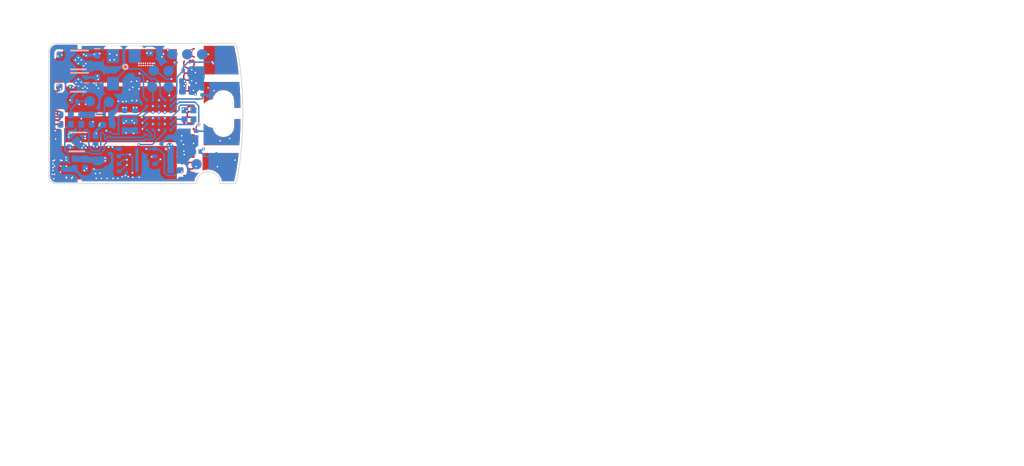
<source format=kicad_pcb>
(kicad_pcb (version 20221018) (generator pcbnew)
  (title_block (title "Tomu, I'm") (date "$Id$") (company "Sean 'xobs' Cross <sean@xobs.io>") (comment 1 "License: CC-BY-SA 4.0 or TAPR") (comment 2 "http://tomu.im") (comment 3 "https://github.com/im-tomu/fomu-hardware"))
  (layers (0 "F.Cu" signal) (1 "In1.Cu" signal) (2 "In2.Cu" signal) (31 "B.Cu" signal) (34 "B.Paste" user) (35 "F.Paste" user) (36 "B.SilkS" user "B.Silkscreen") (37 "F.SilkS" user "F.Silkscreen") (38 "B.Mask" user) (39 "F.Mask" user) (44 "Edge.Cuts" user))
  (net 0 "")
  (net 1 "GND")
  (net 2 "+3V3")
  (net 3 "/SPI_MISO")
  (net 4 "/SPI_CS")
  (net 5 "/SPI_CLK")
  (net 6 "/SPI_IO2")
  (net 7 "/SPI_IO3")
  (net 8 "/CRESET")
  (net 9 "/CDONE")
  (net 10 "/ICE_USBN")
  (net 11 "/ICE_USBP")
  (net 12 "+5V")
  (net 13 "/SPI_MOSI")
  (net 14 "/OSC_IN")
  (net 15 "/PU_CTRL_USBP")
  (net 16 "/VCCPLL")
  (net 17 "+1V2")
  (net 18 "+2V5")
  (net 19 "/TOUCH_4")
  (net 20 "/TOUCH_1")
  (net 21 "/TOUCH_2")
  (net 22 "/TOUCH_3")
  (net 23 "/LED_B")
  (net 24 "/LED_G")
  (net 25 "/LED_R")
  (net 26 "/USB_P")
  (net 27 "/USB_N")
  (net 28 "Net-(U5-PadE3)")
  (net 29 "Net-(U5-PadB3)")
  (net 30 "Net-(U5-PadC3)")
  (net 31 "Net-(U7-Pad1)")
  (footprint "tomu-fpga:captouch-edge" (layer "F.Cu") (at 28.1 21.8 180)
    (fp_text reference "SW2" hide)
    (fp_text value "Captouch Pads")
  )
  (footprint "tomu-fpga:nothing" (layer "F.Cu") (at 15.3 32.4)
    (fp_text reference "XX2" hide)
    (fp_text value "Case" hide)
  )
  (footprint "tomu-fpga:soldermask-removal" (layer "F.Cu") (at 28.8 21.9)
    (fp_text reference "XX1" hide)
    (fp_text value "Touchpad Mask Removal" hide)
  )
  (footprint "tomu-fpga:nothing" (layer "F.Cu") (at 26.85 19.31)
    (fp_text reference "XX3" hide)
    (fp_text value "ESD Bag" hide)
  )
  (footprint "tomu-fpga:USB-PCB" (layer "F.Cu") (at 16.85 27.35)
    (fp_text reference "U9" hide)
    (fp_text value "USB-B" hide)
  )
  (footprint "tomu-fpga:testpoint" (layer "B.Cu") (at 26.3 17.825)
    (fp_text reference "TP3" hide)
    (fp_text value "Testpoint" hide)
  )
  (footprint "tomu-fpga:testpoint" (layer "B.Cu") (at 25.05 18.95)
    (fp_text reference "TP4" hide)
    (fp_text value "Testpoint" hide)
  )
  (footprint "tomu-fpga:testpoint" (layer "B.Cu") (at 23.95 20)
    (fp_text reference "TP6" hide)
    (fp_text value "Testpoint" hide)
  )
  (footprint "tomu-fpga:testpoint" (layer "B.Cu") (at 26.925 25.2)
    (fp_text reference "TP7" hide)
    (fp_text value "Testpoint" hide)
  )
  (footprint "tomu-fpga:testpoint" (layer "B.Cu") (at 25.05 20)
    (fp_text reference "TP9" hide)
    (fp_text value "Testpoint" hide)
  )
  (footprint "tomu-fpga:testpoint" (layer "B.Cu") (at 19.775 20.975)
    (fp_text reference "TP10" hide)
    (fp_text value "Testpoint" hide)
  )
  (footprint "tomu-fpga:testpoint" (layer "B.Cu") (at 17.6 20.95)
    (fp_text reference "TP1" hide)
    (fp_text value "Testpoint" hide)
  )
  (footprint "tomu-fpga:testpoint" (layer "B.Cu") (at 25.3 17.825)
    (fp_text reference "TP2" hide)
    (fp_text value "Testpoint" hide)
  )
  (footprint "tomu-fpga:Texas_X2SON-4_1x1mm_P0.65mm" (layer "B.Cu") (at 18.9 23.7 180)
    (fp_text reference "U2" hide)
    (fp_text value "LDO-X2SON-3.3V")
  )
  (footprint "tomu-fpga:Texas_X2SON-4_1x1mm_P0.65mm" (layer "B.Cu") (at 19 18.2 180)
    (fp_text reference "U1" hide)
    (fp_text value "LDO-X2SON-1.2V")
  )
  (footprint "tomu-fpga:R_0201_0603Metric" (layer "B.Cu") (at 19.9 22.2 90)
    (fp_text reference "R9" hide)
    (fp_text value "0201, 1.5k, 1/16W, 1%")
  )
  (footprint "tomu-fpga:R_0201_0603Metric" (layer "B.Cu") (at 19.2 22.2 90)
    (fp_text reference "R12" hide)
    (fp_text value "0201, 22ohm, 1/16W, 1%")
  )
  (footprint "tomu-fpga:R_0201_0603Metric" (layer "B.Cu") (at 18.5 22.2 90)
    (fp_text reference "R11" hide)
    (fp_text value "0201, 22ohm, 1/16W, 1%")
  )
  (footprint "tomu-fpga:C_0201_0603Metric" (layer "B.Cu") (at 20.26 19.68 -90)
    (fp_text reference "C10" hide)
    (fp_text value "0201, 1uF, 10V, X5R, 20%")
  )
  (footprint "tomu-fpga:C_0201_0603Metric" (layer "B.Cu") (at 20.26 18.205 -90)
    (fp_text reference "C8" hide)
    (fp_text value "0201, 1uF, 10V, X5R, 20%")
  )
  (footprint "tomu-fpga:C_0201_0603Metric" (layer "B.Cu") (at 22.8 22.625 -90)
    (fp_text reference "C7" hide)
    (fp_text value "0201, 100nF, 10V, X5R, 20%")
  )
  (footprint "tomu-fpga:C_0201_0603Metric" (layer "B.Cu") (at 20.95 22.545)
    (fp_text reference "C4" hide)
    (fp_text value "0201, 100nF, 10V, X5R, 20%")
  )
  (footprint "tomu-fpga:C_0201_0603Metric" (layer "B.Cu") (at 17.74 18.185 90)
    (fp_text reference "C1" hide)
    (fp_text value "0201, 1uF, 10V, X5R, 20%")
  )
  (footprint "tomu-fpga:C_0201_0603Metric" (layer "B.Cu") (at 26.3 19.625)
    (fp_text reference "C25" hide)
    (fp_text value "0201, 1uF, 10V, X5R, 20%")
  )
  (footprint "tomu-fpga:C_0201_0603Metric" (layer "B.Cu") (at 26.3 20.325)
    (fp_text reference "C21" hide)
    (fp_text value "0201, 100nF, 10V, X5R, 20%")
  )
  (footprint "tomu-fpga:C_0201_0603Metric" (layer "B.Cu") (at 22.8 21.225 90)
    (fp_text reference "C20" hide)
    (fp_text value "0201, 100nF, 10V, X5R, 20%")
  )
  (footprint "tomu-fpga:C_0201_0603Metric" (layer "B.Cu") (at 22.1 21.225 90)
    (fp_text reference "C17" hide)
    (fp_text value "0201, 1uF, 10V, X5R, 20%")
  )
  (footprint "tomu-fpga:iCE40UP5K-UWG30" (layer "B.Cu") (at 24.4 21.9)
    (fp_text reference "U5")
    (fp_text value "ICE40UP5K-UWG30")
  )
  (footprint "tomu-fpga:testpoint" (layer "B.Cu") (at 27.3 17.825)
    (fp_text reference "TP5" hide)
    (fp_text value "Testpoint" hide)
  )
  (footprint "tomu-fpga:XTAL-2520" (layer "B.Cu") (at 22.05 18.865 -90)
    (fp_text reference "U7" hide)
    (fp_text value "Crystal Oscillator")
  )
  (footprint "tomu-fpga:SON50P300X200X60-9N" (layer "B.Cu") (at 22.925 24.925 180)
    (fp_text reference "U4" hide)
    (fp_text value "SPI Flash" hide)
  )
  (footprint "tomu-fpga:testpoint" (layer "B.Cu") (at 24.05 18.915)
    (fp_text reference "TP8" hide)
    (fp_text value "Testpoint" hide)
  )
  (footprint "tomu-fpga:R_0201_0603Metric" (layer "B.Cu") (at 17.8 22.2 -90)
    (fp_text reference "R1" hide)
    (fp_text value "0201, 10k, 1/16W")
  )
  (footprint "tomu-fpga:X1-DFN1006-2" (layer "B.Cu") (at 27.325 20.35 90)
    (fp_text reference "D4" hide)
    (fp_text value "D5V0L1B2LP3-7")
  )
  (footprint "tomu-fpga:X1-DFN1006-2" (layer "B.Cu") (at 26.9 23.175 -90)
    (fp_text reference "D2" hide)
    (fp_text value "D5V0L1B2LP3-7")
  )
  (footprint "tomu-fpga:X1-DFN1006-2" (layer "B.Cu") (at 26.975 24.35 180)
    (fp_text reference "D1" hide)
    (fp_text value "D5V0L1B2LP3-7")
  )
  (footprint "tomu-fpga:C_0201_0603Metric" (layer "B.Cu") (at 17.74 19.695 -90)
    (fp_text reference "C3" hide)
    (fp_text value "0201, 1uF, 10V, X5R, 20%")
  )
  (footprint "tomu-fpga:X1-DFN1006-2" (layer "B.Cu") (at 18.725 20.975 180)
    (fp_text reference "D7" hide)
    (fp_text value "D5V0L1B2LP3-7")
  )
  (footprint "tomu-fpga:C_0201_0603Metric" (layer "B.Cu") (at 20.15 23.595 -90)
    (fp_text reference "C9" hide)
    (fp_text value "0201, 1uF, 10V, X5R, 20%")
  )
  (footprint "tomu-fpga:testpoint" (layer "B.Cu") (at 21.05 21.025)
    (fp_text reference "TP11" hide)
    (fp_text value "Testpoint" hide)
  )
  (footprint "tomu-fpga:X1-DFN1006-2" (layer "B.Cu") (at 20.925 21.85)
    (fp_text reference "D6" hide)
    (fp_text value "D5V0L1B2LP3-7")
  )
  (footprint "tomu-fpga:testpoint" (layer "B.Cu") (at 26.1 23.3)
    (fp_text reference "TP12" hide)
    (fp_text value "Testpoint" hide)
  )
  (footprint "tomu-fpga:R_0201_0603Metric" (layer "B.Cu") (at 25.5 25.6 180)
    (fp_text reference "R5" hide)
    (fp_text value "0201, 10k, 1/16W")
  )
  (footprint "tomu-fpga:C_0201_0603Metric" (layer "B.Cu") (at 24.11 17.745 180)
    (fp_text reference "C11" hide)
    (fp_text value "0201, 100nF, 10V, X5R, 20%")
  )
  (footprint "tomu-fpga:C_0201_0603Metric" (layer "B.Cu") (at 22.1 22.625 -90)
    (fp_text reference "C5" hide)
    (fp_text value "0201, 1uF, 10V, X5R, 20%")
  )
  (footprint "tomu-fpga:C_0402_1005Metric" (layer "B.Cu") (at 20.3 25.46 90)
    (fp_text reference "C22" hide)
    (fp_text value "0402, 10uF, 6.3V, X5R, 20%")
  )
  (footprint "tomu-fpga:Texas_X2SON-4_1x1mm_P0.65mm" (layer "B.Cu") (at 19 19.7 180)
    (fp_text reference "U3" hide)
    (fp_text value "LDO-X2SON-2.5V")
  )
  (footprint "tomu-fpga:C_0201_0603Metric" (layer "B.Cu") (at 18.05 25.15 -90)
    (fp_text reference "C2" hide)
    (fp_text value "0201, 1uF, 10V, X5R, 20%")
  )
  (footprint "tomu-fpga:TVS-11V" (layer "B.Cu") (at 19.05 26.125)
    (fp_text reference "D5" hide)
    (fp_text value "VCUT05E1-SD0")
  )
  (footprint "tomu-fpga:C_0201_0603Metric" (layer "B.Cu") (at 18.75 25.15 90)
    (fp_text reference "C23" hide)
    (fp_text value "0201, 100nF, 10V, X5R, 20%")
  )
  (footprint "tomu-fpga:R_0201_0603Metric" (layer "B.Cu") (at 19.45 25.155 90)
    (fp_text reference "R10" hide)
    (fp_text value "0201, 100ohm, 1/16W, 1%")
  )
  (footprint "tomu-fpga:X1-DFN1006-2" (layer "B.Cu") (at 26.225 18.925)
    (fp_text reference "D3" hide)
    (fp_text value "D5V0L1B2LP3-7")
  )
  (footprint "tomu-fpga:C_0201_0603Metric" (layer "B.Cu") (at 25.5 24.9 180)
    (fp_text reference "C24" hide)
    (fp_text value "0201, 1uF, 10V, X5R, 20%")
  )
  (footprint "tomu-fpga:C_0201_0603Metric" (layer "B.Cu") (at 25.5 24.2 180)
    (fp_text reference "C28" hide)
    (fp_text value "0201, 100nF, 10V, X5R, 20%")
  )
  (footprint "tomu-fpga:LED-RGB-5DS-UHD1110-FKA" (layer "B.Cu") (at 26.42 21.88 90)
    (fp_text reference "U10" hide)
    (fp_text value "RGB-LED")
  )
  (gr_arc (start 17.025 17.6) (mid 17.171447 17.246447) (end 17.525 17.1) (stroke (width 0.05)) (layer "Edge.Cuts"))
  (gr_arc (start 29.325 22.65) (mid 28.725 23.25) (end 28.125 22.65) (stroke (width 0.01)) (layer "Edge.Cuts"))
  (gr_line (start 29.675 25.96) (end 29.695 25.88) (stroke (width 0.05)) (layer "Edge.Cuts"))
  (gr_line (start 29.675 17.64) (end 29.655 17.55) (stroke (width 0.05)) (layer "Edge.Cuts"))
  (gr_line (start 30.025 22.34) (end 30.025 22.2) (stroke (width 0.05)) (layer "Edge.Cuts"))
  (gr_line (start 30.015 22.47) (end 30.025 22.34) (stroke (width 0.05)) (layer "Edge.Cuts"))
  (gr_line (start 29.945 19.7) (end 29.935 19.57) (stroke (width 0.05)) (layer "Edge.Cuts"))
  (gr_line (start 30.025 21.93) (end 30.025 21.8) (stroke (width 0.05)) (layer "Edge.Cuts"))
  (gr_line (start 29.625 26.22) (end 29.645 26.14) (stroke (width 0.05)) (layer "Edge.Cuts"))
  (gr_line (start 29.735 25.69) (end 29.745 25.59) (stroke (width 0.05)) (layer "Edge.Cuts"))
  (gr_line (start 30.025 21.67) (end 30.025 21.53) (stroke (width 0.05)) (layer "Edge.Cuts"))
  (gr_line (start 30.025 22.2) (end 30.025 22.07) (stroke (width 0.05)) (layer "Edge.Cuts"))
  (gr_line (start 29.905 19.21) (end 29.895 19.09) (stroke (width 0.05)) (layer "Edge.Cuts"))
  (gr_line (start 29.555 17.15) (end 29.525 17.1) (stroke (width 0.05)) (layer "Edge.Cuts"))
  (gr_line (start 29.585 26.37) (end 29.605 26.3) (stroke (width 0.05)) (layer "Edge.Cuts"))
  (gr_line (start 29.945 23.9) (end 29.955 23.78) (stroke (width 0.05)) (layer "Edge.Cuts"))
  (gr_line (start 29.605 17.3) (end 29.585 17.23) (stroke (width 0.05)) (layer "Edge.Cuts"))
  (gr_arc (start 28.125 20.95) (mid 28.725 20.35) (end 29.325 20.95) (stroke (width 0.01)) (layer "Edge.Cuts"))
  (gr_line (start 29.975 23.53) (end 29.985 23.4) (stroke (width 0.05)) (layer "Edge.Cuts"))
  (gr_line (start 29.995 20.46) (end 29.985 20.33) (stroke (width 0.05)) (layer "Edge.Cuts"))
  (gr_line (start 29.745 18.01) (end 29.735 17.91) (stroke (width 0.05)) (layer "Edge.Cuts"))
  (gr_line (start 29.915 19.33) (end 29.905 19.21) (stroke (width 0.05)) (layer "Edge.Cuts"))
  (gr_line (start 29.795 18.31) (end 29.785 18.21) (stroke (width 0.05)) (layer "Edge.Cuts"))
  (gr_line (start 17.525 26.5) (end 26.9 26.5) (stroke (width 0.05)) (layer "Edge.Cuts"))
  (gr_line (start 29.765 18.11) (end 29.745 18.01) (stroke (width 0.05)) (layer "Edge.Cuts"))
  (gr_line (start 29.765 25.49) (end 29.785 25.39) (stroke (width 0.05)) (layer "Edge.Cuts"))
  (gr_line (start 29.885 18.97) (end 29.865 18.86) (stroke (width 0.05)) (layer "Edge.Cuts"))
  (gr_line (start 29.825 25.08) (end 29.845 24.97) (stroke (width 0.05)) (layer "Edge.Cuts"))
  (gr_line (start 29.845 24.97) (end 29.855 24.86) (stroke (width 0.05)) (layer "Edge.Cuts"))
  (gr_line (start 30.025 21.26) (end 30.015 21.13) (stroke (width 0.05)) (layer "Edge.Cuts"))
  (gr_line (start 30.015 20.86) (end 30.005 20.73) (stroke (width 0.05)) (layer "Edge.Cuts"))
  (gr_line (start 29.815 25.18) (end 29.825 25.08) (stroke (width 0.05)) (layer "Edge.Cuts"))
  (gr_arc (start 28.125 22.65) (mid 27.275 21.8) (end 28.125 20.95) (stroke (width 0.01)) (layer "Edge.Cuts"))
  (gr_line (start 30.005 22.87) (end 30.015 22.74) (stroke (width 0.05)) (layer "Edge.Cuts"))
  (gr_line (start 29.895 24.51) (end 29.905 24.39) (stroke (width 0.05)) (layer "Edge.Cuts"))
  (gr_line (start 29.985 23.27) (end 29.995 23.14) (stroke (width 0.05)) (layer "Edge.Cuts"))
  (gr_line (start 29.715 25.78) (end 29.735 25.69) (stroke (width 0.05)) (layer "Edge.Cuts"))
  (gr_line (start 29.925 19.45) (end 29.915 19.33) (stroke (width 0.05)) (layer "Edge.Cuts"))
  (gr_line (start 29.625 17.38) (end 29.605 17.3) (stroke (width 0.05)) (layer "Edge.Cuts"))
  (gr_line (start 29.855 24.86) (end 29.865 24.74) (stroke (width 0.05)) (layer "Edge.Cuts"))
  (gr_arc (start 17.525 26.5) (mid 17.171447 26.353553) (end 17.025 26) (stroke (width 0.05)) (layer "Edge.Cuts"))
  (gr_line (start 29.325 20.95) (end 29.325 22.65) (stroke (width 0.01)) (layer "Edge.Cuts"))
  (gr_line (start 29.525 17.1) (end 17.525 17.1) (stroke (width 0.05)) (layer "Edge.Cuts"))
  (gr_line (start 29.955 23.78) (end 29.965 23.65) (stroke (width 0.05)) (layer "Edge.Cuts"))
  (gr_arc (start 26.9 26.5) (mid 27.7 25.7) (end 28.5 26.5) (stroke (width 0.05)) (layer "Edge.Cuts"))
  (gr_line (start 29.965 19.95) (end 29.955 19.82) (stroke (width 0.05)) (layer "Edge.Cuts"))
  (gr_line (start 29.935 19.57) (end 29.925 19.45) (stroke (width 0.05)) (layer "Edge.Cuts"))
  (gr_line (start 30.005 23.01) (end 30.005 22.87) (stroke (width 0.05)) (layer "Edge.Cuts"))
  (gr_line (start 29.555 26.45) (end 29.585 26.37) (stroke (width 0.05)) (layer "Edge.Cuts"))
  (gr_line (start 29.825 18.52) (end 29.815 18.42) (stroke (width 0.05)) (layer "Edge.Cuts"))
  (gr_line (start 29.815 18.42) (end 29.795 18.31) (stroke (width 0.05)) (layer "Edge.Cuts"))
  (gr_line (start 30.025 21.53) (end 30.025 21.4) (stroke (width 0.05)) (layer "Edge.Cuts"))
  (gr_line (start 28.5 26.5) (end 29.525 26.5) (stroke (width 0.05)) (layer "Edge.Cuts"))
  (gr_line (start 29.865 18.86) (end 29.855 18.74) (stroke (width 0.05)) (layer "Edge.Cuts"))
  (gr_line (start 30.015 22.61) (end 30.015 22.47) (stroke (width 0.05)) (layer "Edge.Cuts"))
  (gr_line (start 29.995 23.14) (end 30.005 23.01) (stroke (width 0.05)) (layer "Edge.Cuts"))
  (gr_line (start 29.885 24.63) (end 29.895 24.51) (stroke (width 0.05)) (layer "Edge.Cuts"))
  (gr_line (start 29.695 17.72) (end 29.675 17.64) (stroke (width 0.05)) (layer "Edge.Cuts"))
  (gr_line (start 29.605 26.3) (end 29.625 26.22) (stroke (width 0.05)) (layer "Edge.Cuts"))
  (gr_line (start 29.915 24.27) (end 29.925 24.15) (stroke (width 0.05)) (layer "Edge.Cuts"))
  (gr_line (start 29.695 25.88) (end 29.715 25.78) (stroke (width 0.05)) (layer "Edge.Cuts"))
  (gr_line (start 29.645 17.46) (end 29.625 17.38) (stroke (width 0.05)) (layer "Edge.Cuts"))
  (gr_line (start 30.005 20.73) (end 30.005 20.59) (stroke (width 0.05)) (layer "Edge.Cuts"))
  (gr_line (start 29.785 18.21) (end 29.765 18.11) (stroke (width 0.05)) (layer "Edge.Cuts"))
  (gr_line (start 29.795 25.29) (end 29.815 25.18) (stroke (width 0.05)) (layer "Edge.Cuts"))
  (gr_line (start 29.985 23.4) (end 29.985 23.27) (stroke (width 0.05)) (layer "Edge.Cuts"))
  (gr_line (start 29.955 19.82) (end 29.945 19.7) (stroke (width 0.05)) (layer "Edge.Cuts"))
  (gr_line (start 29.655 17.55) (end 29.645 17.46) (stroke (width 0.05)) (layer "Edge.Cuts"))
  (gr_line (start 29.735 17.91) (end 29.715 17.82) (stroke (width 0.05)) (layer "Edge.Cuts"))
  (gr_line (start 29.985 20.2) (end 29.975 20.07) (stroke (width 0.05)) (layer "Edge.Cuts"))
  (gr_line (start 17.025 17.6) (end 17.025 26) (stroke (width 0.05)) (layer "Edge.Cuts"))
  (gr_line (start 29.745 25.59) (end 29.765 25.49) (stroke (width 0.05)) (layer "Edge.Cuts"))
  (gr_line (start 30.025 21.8) (end 30.025 21.67) (stroke (width 0.05)) (layer "Edge.Cuts"))
  (gr_line (start 29.715 17.82) (end 29.695 17.72) (stroke (width 0.05)) (layer "Edge.Cuts"))
  (gr_line (start 30.015 22.74) (end 30.015 22.61) (stroke (width 0.05)) (layer "Edge.Cuts"))
  (gr_line (start 29.975 20.07) (end 29.965 19.95) (stroke (width 0.05)) (layer "Edge.Cuts"))
  (gr_line (start 29.985 20.33) (end 29.985 20.2) (stroke (width 0.05)) (layer "Edge.Cuts"))
  (gr_line (start 29.865 24.74) (end 29.885 24.63) (stroke (width 0.05)) (layer "Edge.Cuts"))
  (gr_line (start 29.655 26.05) (end 29.675 25.96) (stroke (width 0.05)) (layer "Edge.Cuts"))
  (gr_line (start 29.925 24.15) (end 29.935 24.03) (stroke (width 0.05)) (layer "Edge.Cuts"))
  (gr_line (start 29.585 17.23) (end 29.555 17.15) (stroke (width 0.05)) (layer "Edge.Cuts"))
  (gr_line (start 29.905 24.39) (end 29.915 24.27) (stroke (width 0.05)) (layer "Edge.Cuts"))
  (gr_line (start 29.525 26.5) (end 29.555 26.45) (stroke (width 0.05)) (layer "Edge.Cuts"))
  (gr_line (start 29.645 26.14) (end 29.655 26.05) (stroke (width 0.05)) (layer "Edge.Cuts"))
  (gr_line (start 29.965 23.65) (end 29.975 23.53) (stroke (width 0.05)) (layer "Edge.Cuts"))
  (gr_line (start 29.935 24.03) (end 29.945 23.9) (stroke (width 0.05)) (layer "Edge.Cuts"))
  (gr_line (start 29.895 19.09) (end 29.885 18.97) (stroke (width 0.05)) (layer "Edge.Cuts"))
  (gr_line (start 30.015 20.99) (end 30.015 20.86) (stroke (width 0.05)) (layer "Edge.Cuts"))
  (gr_line (start 30.005 20.59) (end 29.995 20.46) (stroke (width 0.05)) (layer "Edge.Cuts"))
  (gr_line (start 30.025 22.07) (end 30.025 21.93) (stroke (width 0.05)) (layer "Edge.Cuts"))
  (gr_line (start 30.025 21.4) (end 30.025 21.26) (stroke (width 0.05)) (layer "Edge.Cuts"))
  (gr_line (start 29.845 18.63) (end 29.825 18.52) (stroke (width 0.05)) (layer "Edge.Cuts"))
  (gr_line (start 30.015 21.13) (end 30.015 20.99) (stroke (width 0.05)) (layer "Edge.Cuts"))
  (gr_line (start 29.855 18.74) (end 29.845 18.63) (stroke (width 0.05)) (layer "Edge.Cuts"))
  (gr_line (start 29.785 25.39) (end 29.795 25.29) (stroke (width 0.05)) (layer "Edge.Cuts"))
  (gr_text "PVT10419SG" (at 17.55 21.875 90) (layer "F.Cu") (effects (font (size 0.5 0.41) (thickness 0.1025))))
  (gr_text "tomu.im FPGA" (at 26.45 26.225 90) (layer "F.Cu") (effects (font (size 0.7 0.84) (thickness 0.1)) (justify left)))
  (segment (start 17.45 19.2) (end 18.225 18.425) (width 0.1524) (layer "F.Cu") (net 1))
  (segment (start 18.225 18.6) (end 17.6 19.225) (width 0.1524) (layer "F.Cu") (net 1))
  (segment (start 21.525 18.425) (end 18.225 18.425) (width 0.1524) (layer "F.Cu") (net 1))
  (segment (start 18.225 18.425) (end 18.225 18.6) (width 0.1524) (layer "F.Cu") (net 1))
  (segment (start 21.7 18.6) (end 21.525 18.425) (width 0.1524) (layer "F.Cu") (net 1))
  (segment (start 18.2 18.45) (end 18.225 18.425) (width 0.1524) (layer "F.Cu") (net 1))
  (segment (start 17.6 18.45) (end 18.2 18.45) (width 0.1524) (layer "F.Cu") (net 1))
  (via micro (at 23.65 18.575) (size 0.2) (drill 0.1) (layers "F.Cu" "In1.Cu") (net 1))
  (via micro (at 23.95 18.425) (size 0.2) (drill 0.1) (layers "F.Cu" "In1.Cu") (net 1))
  (via micro (at 23.5 18.575) (size 0.2) (drill 0.1) (layers "F.Cu" "In1.Cu") (net 1))
  (via micro (at 23.35 18.425) (size 0.2) (drill 0.1) (layers "F.Cu" "In1.Cu") (net 1))
  (via micro (at 23.8 18.575) (size 0.2) (drill 0.1) (layers "F.Cu" "In1.Cu") (net 1))
  (via micro (at 23.95 18.575) (size 0.2) (drill 0.1) (layers "F.Cu" "In1.Cu") (net 1))
  (via micro (at 23.5 18.425) (size 0.2) (drill 0.1) (layers "F.Cu" "In1.Cu") (net 1))
  (via micro (at 23.05 18.425) (size 0.2) (drill 0.1) (layers "F.Cu" "In1.Cu") (net 1))
  (via micro (at 23.05 18.575) (size 0.2) (drill 0.1) (layers "F.Cu" "In1.Cu") (net 1))
  (via micro (at 23.2 18.575) (size 0.2) (drill 0.1) (layers "F.Cu" "In1.Cu") (net 1))
  (via micro (at 23.2 18.425) (size 0.2) (drill 0.1) (layers "F.Cu" "In1.Cu") (net 1))
  (via micro (at 23.8 18.425) (size 0.2) (drill 0.1) (layers "F.Cu" "In1.Cu") (net 1))
  (via micro (at 23.35 18.575) (size 0.2) (drill 0.1) (layers "F.Cu" "In1.Cu") (net 1))
  (via micro (at 23.65 18.425) (size 0.2) (drill 0.1) (layers "F.Cu" "In1.Cu") (net 1))
  (via micro (at 25.93 23.285) (size 0.2) (drill 0.1) (layers "In2.Cu" "B.Cu") (net 1))
  (via micro (at 22.34 26.035) (size 0.2) (drill 0.1) (layers "In2.Cu" "B.Cu") (net 1))
  (via micro (at 21.94 26.035) (size 0.2) (drill 0.1) (layers "In2.Cu" "B.Cu") (net 1))
  (via micro (at 21.325 26.15) (size 0.2) (drill 0.1) (layers "In2.Cu" "B.Cu") (net 1))
  (via micro (at 20.05 25.525) (size 0.2) (drill 0.1) (layers "In2.Cu" "B.Cu") (net 1))
  (via micro (at 19.5 24.1) (size 0.2) (drill 0.1) (layers "In2.Cu" "B.Cu") (net 1))
  (via micro (at 19.25 24.1) (size 0.2) (drill 0.1) (layers "In2.Cu" "B.Cu") (net 1))
  (via micro (at 19.35 23.95) (size 0.2) (drill 0.1) (layers "In2.Cu" "B.Cu") (net 1))
  (via micro (at 19.15 23.7) (size 0.2) (drill 0.1) (layers "In2.Cu" "B.Cu") (net 1))
  (via micro (at 19.6 20.1) (size 0.2) (drill 0.1) (layers "In2.Cu" "B.Cu") (net 1))
  (via micro (at 19.3 20.1) (size 0.2) (drill 0.1) (layers "In2.Cu" "B.Cu") (net 1))
  (via micro (at 19.45 20) (size 0.2) (drill 0.1) (layers "In2.Cu" "B.Cu") (net 1))
  (via micro (at 19 19.95) (size 0.2) (drill 0.1) (layers "In2.Cu" "B.Cu") (net 1))
  (via micro (at 19 19.5) (size 0.2) (drill 0.1) (layers "In2.Cu" "B.Cu") (net 1))
  (via micro (at 19.2 19.7) (size 0.2) (drill 0.1) (layers "In2.Cu" "B.Cu") (net 1))
  (via micro (at 20.35 20.1) (size 0.2) (drill 0.1) (layers "In2.Cu" "B.Cu") (net 1))
  (via micro (at 20.2 19.9) (size 0.2) (drill 0.1) (layers "In2.Cu" "B.Cu") (net 1))
  (via micro (at 19.35 18.6) (size 0.2) (drill 0.1) (layers "In2.Cu" "B.Cu") (net 1))
  (via micro (at 19.5 18.45) (size 0.2) (drill 0.1) (layers "In2.Cu" "B.Cu") (net 1))
  (via micro (at 19 18.45) (size 0.2) (drill 0.1) (layers "In2.Cu" "B.Cu") (net 1))
  (via micro (at 19 18.05) (size 0.2) (drill 0.1) (layers "In2.Cu" "B.Cu") (net 1))
  (via micro (at 18.8 18.2) (size 0.2) (drill 0.1) (layers "In2.Cu" "B.Cu") (net 1))
  (via micro (at 19.2 18.2) (size 0.2) (drill 0.1) (layers "In2.Cu" "B.Cu") (net 1))
  (via micro (at 17.89 17.865) (size 0.2) (drill 0.1) (layers "In2.Cu" "B.Cu") (net 1))
  (via micro (at 17.64 17.945) (size 0.2) (drill 0.1) (layers "In2.Cu" "B.Cu") (net 1))
  (via micro (at 17.8 20.15) (size 0.2) (drill 0.1) (layers "In2.Cu" "B.Cu") (net 1))
  (via micro (at 26.6 18.85) (size 0.2) (drill 0.1) (layers "In2.Cu" "B.Cu") (net 1))
  (via micro (at 26.85 19.05) (size 0.2) (drill 0.1) (layers "In2.Cu" "B.Cu") (net 1))
  (via micro (at 26.6 19.6) (size 0.2) (drill 0.1) (layers "In2.Cu" "B.Cu") (net 1))
  (via micro (at 26.9 19.75) (size 0.2) (drill 0.1) (layers "In2.Cu" "B.Cu") (net 1))
  (via micro (at 26.85 20.5) (size 0.2) (drill 0.1) (layers "In2.Cu" "B.Cu") (net 1))
  (via micro (at 22.2 23.1) (size 0.2) (drill 0.1) (layers "In2.Cu" "B.Cu") (net 1))
  (via micro (at 21.68 20.975) (size 0.2) (drill 0.1) (layers "In2.Cu" "B.Cu") (net 1))
  (via micro (at 20.2 26.15) (size 0.2) (drill 0.1) (layers "In2.Cu" "B.Cu") (net 1))
  (via micro (at 20.55 26.15) (size 0.2) (drill 0.1) (layers "In2.Cu" "B.Cu") (net 1))
  (via micro (at 20.45 25.8) (size 0.2) (drill 0.1) (layers "In2.Cu" "B.Cu") (net 1))
  (via micro (at 26.725 23.8) (size 0.2) (drill 0.1) (layers "In2.Cu" "B.Cu") (net 1))
  (via micro (at 20.15 25.825) (size 0.2) (drill 0.1) (layers "In2.Cu" "B.Cu") (net 1))
  (via micro (at 20.925 26.15) (size 0.2) (drill 0.1) (layers "In2.Cu" "B.Cu") (net 1))
  (via micro (at 26.05 23.875) (size 0.2) (drill 0.1) (layers "In2.Cu" "B.Cu") (net 1))
  (via micro (at 23.075 26.075) (size 0.2) (drill 0.1) (layers "In2.Cu" "B.Cu") (net 1))
  (via micro (at 20.25 24.025) (size 0.2) (drill 0.1) (layers "In2.Cu" "B.Cu") (net 1))
  (via micro (at 22.92 19.625) (size 0.2) (drill 0.1) (layers "In2.Cu" "B.Cu") (net 1))
  (via micro (at 22.55 19.655) (size 0.2) (drill 0.1) (layers "In2.Cu" "B.Cu") (net 1))
  (via micro (at 22.65 20.035) (size 0.2) (drill 0.1) (layers "In2.Cu" "B.Cu") (net 1))
  (via micro (at 26.1 24.55) (size 0.2) (drill 0.1) (layers "In2.Cu" "B.Cu") (net 1))
  (via micro (at 24.8 22.5) (size 0.2) (drill 0.1) (layers "In2.Cu" "B.Cu") (net 1))
  (via micro (at 22.65 26.075) (size 0.2) (drill 0.1) (layers "In2.Cu" "B.Cu") (net 1))
  (via micro (at 22.9 20.925) (size 0.2) (drill 0.1) (layers "In2.Cu" "B.Cu") (net 1))
  (via micro (at 22.43 20.195) (size 0.2) (drill 0.1) (layers "In2.Cu" "B.Cu") (net 1))
  (via micro (at 20.025 23.975) (size 0.2) (drill 0.1) (layers "In2.Cu" "B.Cu") (net 1))
  (via micro (at 23.06 20.145) (size 0.2) (drill 0.1) (layers "In2.Cu" "B.Cu") (net 1))
  (via micro (at 24.6 17.995) (size 0.2) (drill 0.1) (layers "In2.Cu" "B.Cu") (net 1))
  (via micro (at 18.45 20.905) (size 0.2) (drill 0.1) (layers "In2.Cu" "B.Cu") (net 1))
  (via micro (at 17.65 19.875) (size 0.2) (drill 0.1) (layers "In2.Cu" "B.Cu") (net 1))
  (via micro (at 21.975 21) (size 0.2) (drill 0.1) (layers "In2.Cu" "B.Cu") (net 1))
  (via micro (at 21.65 26.15) (size 0.2) (drill 0.1) (layers "In2.Cu" "B.Cu") (net 1))
  (via micro (at 22.6 20.925) (size 0.2) (drill 0.1) (layers "In2.Cu" "B.Cu") (net 1))
  (via micro (at 22.7 23.125) (size 0.2) (drill 0.1) (layers "In2.Cu" "B.Cu") (net 1))
  (via micro (at 26.71 20.245) (size 0.2) (drill 0.1) (layers "In2.Cu" "B.Cu") (net 1))
  (via micro (at 24.71 17.805) (size 0.2) (drill 0.1) (layers "In2.Cu" "B.Cu") (net 1))
  (via micro (at 24 21.3) (size 0.2) (drill 0.1) (layers "In2.Cu" "B.Cu") (net 1))
  (via micro (at 26.075 24.325) (size 0.2) (drill 0.1) (layers "In2.Cu" "B.Cu") (net 1))
  (via micro (at 22.2 20.975) (size 0.2) (drill 0.1) (layers "In2.Cu" "B.Cu") (net 1))
  (via micro (at 18.85 19.725) (size 0.2) (drill 0.1) (layers "In2.Cu" "B.Cu") (net 1))
  (via micro (at 22.15 25.95) (size 0.2) (drill 0.1) (layers "In2.Cu" "B.Cu") (net 1))
  (via micro (at 25.9 23.625) (size 0.2) (drill 0.1) (layers "In2.Cu" "B.Cu") (net 1))
  (segment (start 19 19.807998) (end 19.050001 19.857999) (width 0.4) (layer "B.Cu") (net 1))
  (segment (start 18.535 20.975) (end 18.535 20.72786) (width 0.2) (layer "B.Cu") (net 1))
  (segment (start 19 20.210122) (end 19 19.7) (width 0.2) (layer "B.Cu") (net 1))
  (segment (start 19.45 20) (end 20.3 20) (width 0.4) (layer "B.Cu") (net 1))
  (segment (start 19.445 18.54) (end 19.43 18.525) (width 0.2) (layer "B.Cu") (net 1))
  (segment (start 19.33 20.025) (end 19.43 20.025) (width 0.2) (layer "B.Cu") (net 1))
  (segment (start 19.25 26.045) (end 19.25 26.125) (width 0.2) (layer "B.Cu") (net 1))
  (segment (start 19 19.7) (end 19.275771 19.975771) (width 0.4) (layer "B.Cu") (net 1))
  (segment (start 19.275771 19.975771) (end 19.275771 20.079229) (width 0.4) (layer "B.Cu") (net 1))
  (segment (start 19 19.7) (end 19 19.807998) (width 0.4) (layer "B.Cu") (net 1))
  (segment (start 19.105 18.2) (end 19.43 18.525) (width 0.4) (layer "B.Cu") (net 1))
  (segment (start 25.952095 23.733434) (end 25.952095 25.133434) (width 0.2) (layer "B.Cu") (net 1))
  (segment (start 18.535 20.72786) (end 19 20.26286) (width 0.2) (layer "B.Cu") (net 1))
  (segment (start 18.75 25.545) (end 19.25 26.045) (width 0.2) (layer "B.Cu") (net 1))
  (segment (start 20.3 20) (end 19.455 20) (width 0.1) (layer "B.Cu") (net 1))
  (segment (start 19 20.26286) (end 19 20.210122) (width 0.2) (layer "B.Cu") (net 1))
  (segment (start 19.18 20.175) (end 19.33 20.025) (width 0.2) (layer "B.Cu") (net 1))
  (segment (start 19 18.2) (end 19.105 18.2) (width 0.4) (layer "B.Cu") (net 1))
  (segment (start 19.43 20.025) (end 19.325 20.025) (width 0.4) (layer "B.Cu") (net 1))
  (segment (start 19.455 20) (end 19.43 20.025) (width 0.1) (layer "B.Cu") (net 1))
  (segment (start 19.325 20.025) (end 19 19.7) (width 0.4) (layer "B.Cu") (net 1))
  (segment (start 20.375 19.925) (end 20.3 20) (width 0.4) (layer "B.Cu") (net 1))
  (segment (start 19.050001 19.857999) (end 19.050001 19.905009) (width 0.4) (layer "B.Cu") (net 1))
  (segment (start 20.075 25.74) (end 20.04 25.74) (width 0.2) (layer "B.Cu") (net 1))
  (segment (start 19 19.7) (end 19.3 20) (width 0.4) (layer "B.Cu") (net 1))
  (segment (start 18 25.52) (end 18.725 25.52) (width 0.4) (layer "B.Cu") (net 1))
  (segment (start 18.9 23.7) (end 19.1 23.7) (width 0.2) (layer "B.Cu") (net 1))
  (segment (start 19.2 24) (end 19.2 24.05) (width 0.4) (layer "B.Cu") (net 1))
  (segment (start 20.3 18.54) (end 19.445 18.54) (width 0.2) (layer "B.Cu") (net 1))
  (segment (start 19.42 18.525) (end 19.43 18.525) (width 0.1) (layer "B.Cu") (net 1))
  (segment (start 18.725 25.52) (end 18.75 25.545) (width 0.4) (layer "B.Cu") (net 1))
  (segment (start 19.3 20) (end 19.3 20.225) (width 0.4) (layer "B.Cu") (net 1))
  (segment (start 18.9 23.7) (end 19.2 24) (width 0.4) (layer "B.Cu") (net 1))
  (segment (start 19.1 23.7) (end 19.35 23.95) (width 0.2) (layer "B.Cu") (net 1))
  (segment (start 19.275771 20.079229) (end 19.18 20.175) (width 0.4) (layer "B.Cu") (net 1))
  (via micro (at 20.4 22.6) (size 0.2) (drill 0.1) (layers "In2.Cu" "B.Cu") (net 2))
  (via micro (at 22.2 22.3) (size 0.2) (drill 0.1) (layers "In2.Cu" "B.Cu") (net 2))
  (via micro (at 24 21.7) (size 0.2) (drill 0.1) (layers "In2.Cu" "B.Cu") (net 2))
  (via micro (at 24.4 22.9) (size 0.2) (drill 0.1) (layers "In2.Cu" "B.Cu") (net 2))
  (via micro (at 18.65 20.05) (size 0.2) (drill 0.1) (layers "In2.Cu" "B.Cu") (net 2))
  (via micro (at 24.8 22.1) (size 0.2) (drill 0.1) (layers "In2.Cu" "B.Cu") (net 2))
  (via micro (at 21.03 24.05) (size 0.2) (drill 0.1) (layers "In2.Cu" "B.Cu") (net 2))
  (via micro (at 21.28 24.05) (size 0.2) (drill 0.1) (layers "In2.Cu" "B.Cu") (net 2))
  (via micro (at 21.1 17.8) (size 0.2) (drill 0.1) (layers "In2.Cu" "B.Cu") (net 2))
  (via micro (at 21.12 18.205) (size 0.2) (drill 0.1) (layers "In2.Cu" "B.Cu") (net 2))
  (via micro (at 22.05 22.425) (size 0.2) (drill 0.1) (layers "In2.Cu" "B.Cu") (net 2))
  (via micro (at 25.1 24.1) (size 0.2) (drill 0.1) (layers "In2.Cu" "B.Cu") (net 2))
  (via micro (at 19.45 23.325) (size 0.2) (drill 0.1) (layers "In2.Cu" "B.Cu") (net 2))
  (via micro (at 25.225 23.9) (size 0.2) (drill 0.1) (layers "In2.Cu" "B.Cu") (net 2))
  (via micro (at 23.85 17.745) (size 0.2) (drill 0.1) (layers "In2.Cu" "B.Cu") (net 2))
  (via micro (at 25.025 23.925) (size 0.2) (drill 0.1) (layers "In2.Cu" "B.Cu") (net 2))
  (via micro (at 23.6 17.735) (size 0.2) (drill 0.1) (layers "In2.Cu" "B.Cu") (net 2))
  (via micro (at 20.45 22.475) (size 0.2) (drill 0.1) (layers "In2.Cu" "B.Cu") (net 2))
  (via micro (at 17.7 22.4) (size 0.2) (drill 0.1) (layers "In2.Cu" "B.Cu") (net 2))
  (via micro (at 26.275 21.625) (size 0.2) (drill 0.1) (layers "In2.Cu" "B.Cu") (net 2))
  (via micro (at 26.025 21.5) (size 0.2) (drill 0.1) (layers "In2.Cu" "B.Cu") (net 2))
  (via micro (at 20.2 23.125) (size 0.2) (drill 0.1) (layers "In2.Cu" "B.Cu") (net 2))
  (via micro (at 21.575 17.875) (size 0.2) (drill 0.1) (layers "In2.Cu" "B.Cu") (net 2))
  (via micro (at 22.6 22.275) (size 0.2) (drill 0.1) (layers "In2.Cu" "B.Cu") (net 2))
  (via micro (at 18.45 20) (size 0.2) (drill 0.1) (layers "In2.Cu" "B.Cu") (net 2))
  (via micro (at 19.45 23.475) (size 0.2) (drill 0.1) (layers "In2.Cu" "B.Cu") (net 2))
  (via micro (at 21.4 18.185) (size 0.2) (drill 0.1) (layers "In2.Cu" "B.Cu") (net 2))
  (via micro (at 22.75 22.425) (size 0.2) (drill 0.1) (layers "In2.Cu" "B.Cu") (net 2))
  (segment (start 25.18 25.6) (end 25.18 24.2) (width 0.4) (layer "B.Cu") (net 2))
  (segment (start 20.15 23.025) (end 20.15 23.275) (width 0.2) (layer "B.Cu") (net 2))
  (segment (start 19.335 23.38) (end 19.33 23.375) (width 0.2) (layer "B.Cu") (net 2))
  (segment (start 25.175 24.12) (end 25.175 24.015012) (width 0.4) (layer "B.Cu") (net 2))
  (segment (start 22.1 22.305) (end 22.8 22.305) (width 0.4) (layer "B.Cu") (net 2))
  (segment (start 25.18 24.425) (end 25.18 25.133434) (width 0.4) (layer "B.Cu") (net 2))
  (segment (start 25.115011 23.955023) (end 25.175 24.015012) (width 0.4) (layer "B.Cu") (net 2))
  (segment (start 25.18 24.425) (end 25.18 24.125) (width 0.4) (layer "B.Cu") (net 2))
  (segment (start 25.312095 25.133434) (end 25.312095 25.222095) (width 0.1) (layer "B.Cu") (net 2))
  (segment (start 20.63 22.545) (end 20.15 23.025) (width 0.2) (layer "B.Cu") (net 2))
  (segment (start 25.18 24.125) (end 25.175 24.12) (width 0.4) (layer "B.Cu") (net 2))
  (segment (start 25.18 25.133434) (end 25.18 25.195) (width 0.1) (layer "B.Cu") (net 2))
  (segment (start 21.405 24.175) (end 21.28 24.05) (width 0.1) (layer "B.Cu") (net 2))
  (segment (start 21.725 24.175) (end 21.405 24.175) (width 0.1) (layer "B.Cu") (net 2))
  (via micro (at 23.925 24.7) (size 0.2) (drill 0.1) (layers "In2.Cu" "B.Cu") (net 3))
  (via micro (at 20.875 22.95) (size 0.2) (drill 0.1) (layers "In2.Cu" "B.Cu") (net 3))
  (via micro (at 26.6 17.575) (size 0.2) (drill 0.1) (layers "In2.Cu" "B.Cu") (net 3))
  (segment (start 20.949999 23.024999) (end 21.15 23.025) (width 0.1) (layer "B.Cu") (net 3))
  (segment (start 20.875 22.95) (end 20.949999 23.024999) (width 0.1) (layer "B.Cu") (net 3))
  (segment (start 26.6 17.575) (end 26.55 17.575) (width 0.1) (layer "B.Cu") (net 3))
  (segment (start 23.500001 21.428569) (end 23.500001 21.399999) (width 0.1) (layer "B.Cu") (net 3))
  (segment (start 21.15 23.025) (end 21.3 23.175) (width 0.1) (layer "B.Cu") (net 3))
  (segment (start 21.7 22.025) (end 21.8 21.925) (width 0.1) (layer "B.Cu") (net 3))
  (segment (start 21.3 23.175) (end 21.7 23.175) (width 0.1) (layer "B.Cu") (net 3))
  (segment (start 23.925 24.7) (end 24.1 24.7) (width 0.1) (layer "B.Cu") (net 3))
  (segment (start 24.1 24.7) (end 24.125 24.675) (width 0.1) (layer "B.Cu") (net 3))
  (segment (start 21.8 21.925) (end 23.00357 21.925) (width 0.1) (layer "B.Cu") (net 3))
  (segment (start 23.500001 21.399999) (end 23.6 21.3) (width 0.1) (layer "B.Cu") (net 3))
  (segment (start 26.55 17.575) (end 26.3 17.825) (width 0.1) (layer "B.Cu") (net 3))
  (segment (start 23.00357 21.925) (end 23.500001 21.428569) (width 0.1) (layer "B.Cu") (net 3))
  (segment (start 21.7 23.175) (end 21.7 22.025) (width 0.1) (layer "B.Cu") (net 3))
  (via micro (at 23.55 24.175) (size 0.2) (drill 0.1) (layers "In2.Cu" "B.Cu") (net 4))
  (via micro (at 23.3 22.425) (size 0.2) (drill 0.1) (layers "In2.Cu" "B.Cu") (net 4))
  (via micro (at 25.45 18.375) (size 0.2) (drill 0.1) (layers "In2.Cu" "B.Cu") (net 4))
  (via micro (at 25.936706 25.716706) (size 0.2) (drill 0.1) (layers "In2.Cu" "B.Cu") (net 4))
  (segment (start 25.46999 25.95001) (end 24.94644 25.95001) (width 0.1) (layer "B.Cu") (net 4))
  (segment (start 23.6 22.1) (end 23.6 22.125) (width 0.1) (layer "B.Cu") (net 4))
  (segment (start 25.82 25.6) (end 25.46999 25.95001) (width 0.1) (layer "B.Cu") (net 4))
  (segment (start 24.765001 24.565001) (end 24.765001 24.6) (width 0.1) (layer "B.Cu") (net 4))
  (segment (start 24.765001 25.575) (end 24.765001 24.6) (width 0.1) (layer "B.Cu") (net 4))
  (segment (start 25.63 18.37) (end 25.05 18.95) (width 0.1) (layer "B.Cu") (net 4))
  (segment (start 23.6 22.125) (end 23.3 22.425) (width 0.1) (layer "B.Cu") (net 4))
  (segment (start 24.375 24.175) (end 24.765001 24.565001) (width 0.1) (layer "B.Cu") (net 4))
  (segment (start 24.125 24.175) (end 23.55 24.175) (width 0.1) (layer "B.Cu") (net 4))
  (segment (start 24.765001 25.768571) (end 24.765001 25.575) (width 0.1) (layer "B.Cu") (net 4))
  (segment (start 25.45 18.375) (end 25.63 18.37) (width 0.1) (layer "B.Cu") (net 4))
  (segment (start 24.765001 25.725) (end 24.765001 25.575) (width 0.1) (layer "B.Cu") (net 4))
  (segment (start 24.94644 25.95001) (end 24.765001 25.768571) (width 0.1) (layer "B.Cu") (net 4))
  (segment (start 24.125 24.175) (end 24.375 24.175) (width 0.1) (layer "B.Cu") (net 4))
  (via micro (at 22.25 24.9) (size 0.2) (drill 0.1) (layers "In2.Cu" "B.Cu") (net 5))
  (via micro (at 27.7 17.825) (size 0.2) (drill 0.1) (layers "In2.Cu" "B.Cu") (net 5))
  (via micro (at 23.253562 22.053562) (size 0.2) (drill 0.1) (layers "In2.Cu" "B.Cu") (net 5))
  (segment (start 23.6 21.7) (end 23.6 21.707124) (width 0.1) (layer "B.Cu") (net 5))
  (segment (start 23.6 21.707124) (end 23.253562 22.053562) (width 0.1) (layer "B.Cu") (net 5))
  (segment (start 27.7 17.825) (end 27.3 17.825) (width 0.1) (layer "B.Cu") (net 5))
  (segment (start 21.725 25.175) (end 22 24.9) (width 0.1) (layer "B.Cu") (net 5))
  (segment (start 22 24.9) (end 22.25 24.9) (width 0.1) (layer "B.Cu") (net 5))
  (via micro (at 24.5 24.875) (size 0.2) (drill 0.1) (layers "In2.Cu" "B.Cu") (net 6))
  (via micro (at 23.62 19.635) (size 0.2) (drill 0.1) (layers "In2.Cu" "B.Cu") (net 6))
  (segment (start 24 20.05) (end 23.95 20) (width 0.1) (layer "B.Cu") (net 6))
  (segment (start 24 20.9) (end 24 20.05) (width 0.1) (layer "B.Cu") (net 6))
  (segment (start 23.62 19.67) (end 23.95 20) (width 0.1) (layer "B.Cu") (net 6))
  (segment (start 23.62 19.635) (end 23.62 19.67) (width 0.1) (layer "B.Cu") (net 6))
  (segment (start 24.2 25.175) (end 24.5 24.875) (width 0.1) (layer "B.Cu") (net 6))
  (segment (start 24.325 25.05) (end 24.5 24.875) (width 0.1) (layer "B.Cu") (net 6))
  (segment (start 24.125 25.175) (end 24.2 25.175) (width 0.1) (layer "B.Cu") (net 6))
  (via micro (at 22.45 24.55) (size 0.2) (drill 0.1) (layers "In2.Cu" "B.Cu") (net 7))
  (via micro (at 23.3 22.825) (size 0.2) (drill 0.1) (layers "In2.Cu" "B.Cu") (net 7))
  (via micro (at 22.625 25.775) (size 0.2) (drill 0.1) (layers "In2.Cu" "B.Cu") (net 7))
  (via micro (at 26.9 25.35) (size 0.2) (drill 0.1) (layers "In2.Cu" "B.Cu") (net 7))
  (segment (start 23.3 22.825) (end 23.3 22.8) (width 0.1) (layer "B.Cu") (net 7))
  (segment (start 21.725 24.675) (end 21.85 24.55) (width 0.1) (layer "B.Cu") (net 7))
  (segment (start 21.85 24.55) (end 22.45 24.55) (width 0.1) (layer "B.Cu") (net 7))
  (segment (start 22.625 24.725) (end 22.45 24.55) (width 0.1) (layer "B.Cu") (net 7))
  (segment (start 22.625 25.775) (end 22.625 24.725) (width 0.1) (layer "B.Cu") (net 7))
  (segment (start 23.3 22.8) (end 23.6 22.5) (width 0.1) (layer "B.Cu") (net 7))
  (via micro (at 25.24 19.475) (size 0.2) (drill 0.1) (layers "In2.Cu" "B.Cu") (net 8))
  (via micro (at 24.08 18.435) (size 0.2) (drill 0.1) (layers "In2.Cu" "B.Cu") (net 8))
  (via micro (at 17.7 21.775) (size 0.2) (drill 0.1) (layers "In2.Cu" "B.Cu") (net 8))
  (via micro (at 24.4 20.9) (size 0.2) (drill 0.1) (layers "In2.Cu" "B.Cu") (net 8))
  (segment (start 25.24 19.475) (end 24.88 19.475) (width 0.1) (layer "B.Cu") (net 8))
  (segment (start 24.88 19.475) (end 24.225 18.95) (width 0.1) (layer "B.Cu") (net 8))
  (segment (start 24.225 18.95) (end 23.975 18.95) (width 0.1) (layer "B.Cu") (net 8))
  (segment (start 24.08 18.435) (end 24.16 18.805) (width 0.1) (layer "B.Cu") (net 8))
  (segment (start 24.16 18.805) (end 24.05 18.915) (width 0.1) (layer "B.Cu") (net 8))
  (via micro (at 24.4 21.7) (size 0.2) (drill 0.1) (layers "In2.Cu" "B.Cu") (net 9))
  (via micro (at 25.1 20.585) (size 0.2) (drill 0.1) (layers "In2.Cu" "B.Cu") (net 9))
  (segment (start 25.1 20.05) (end 25.05 20) (width 0.1) (layer "B.Cu") (net 9))
  (segment (start 25.1 20.585) (end 25.1 20.05) (width 0.1) (layer "B.Cu") (net 9))
  (segment (start 18.08999 22.83001) (end 18.08999 24.242138) (width 0.1) (layer "B.Cu") (net 10))
  (segment (start 18.4 22.52) (end 18.08999 22.83001) (width 0.1) (layer "B.Cu") (net 10))
  (segment (start 24.007846 23.525) (end 24.12501 23.407836) (width 0.1) (layer "B.Cu") (net 10))
  (segment (start 20.734999 23.897847) (end 21.032826 23.60002) (width 0.1) (layer "B.Cu") (net 10))
  (segment (start 19.863594 24.49502) (end 20.464979 24.49502) (width 0.1) (layer "B.Cu") (net 10))
  (segment (start 20.734999 24.225) (end 20.734999 23.897847) (width 0.1) (layer "B.Cu") (net 10))
  (segment (start 23.42498 23.60002) (end 23.5 23.525) (width 0.1) (layer "B.Cu") (net 10))
  (segment (start 20.464979 24.49502) (end 20.734999 24.225) (width 0.1) (layer "B.Cu") (net 10))
  (segment (start 24.12501 23.02501) (end 24 22.9) (width 0.1) (layer "B.Cu") (net 10))
  (segment (start 24.12501 23.407836) (end 24.12501 23.02501) (width 0.1) (layer "B.Cu") (net 10))
  (segment (start 23.5 23.525) (end 24.007846 23.525) (width 0.1) (layer "B.Cu") (net 10))
  (segment (start 19.768584 24.40001) (end 19.863594 24.49502) (width 0.1) (layer "B.Cu") (net 10))
  (segment (start 18.08999 24.242138) (end 18.247862 24.40001) (width 0.1) (layer "B.Cu") (net 10))
  (segment (start 18.247862 24.40001) (end 19.768584 24.40001) (width 0.1) (layer "B.Cu") (net 10))
  (segment (start 21.032826 23.60002) (end 23.42498 23.60002) (width 0.1) (layer "B.Cu") (net 10))
  (segment (start 20.97856 23.349989) (end 20.85 23.49999) (width 0.1) (layer "B.Cu") (net 11))
  (segment (start 23.925 23.32499) (end 23.92499 23.325) (width 0.1) (layer "B.Cu") (net 11))
  (segment (start 19.750001 23.975001) (end 19.71001 23.93501) (width 0.1) (layer "B.Cu") (net 11))
  (segment (start 23.417154 23.32499) (end 23.342134 23.40001) (width 0.1) (layer "B.Cu") (net 11))
  (segment (start 19.71001 23.01358) (end 19.57143 22.875) (width 0.1) (layer "B.Cu") (net 11))
  (segment (start 23.59 23.225) (end 23.45 23.175) (width 0.1) (layer "B.Cu") (net 11))
  (segment (start 23.417154 23.207846) (end 23.417154 23.32499) (width 0.1) (layer "B.Cu") (net 11))
  (segment (start 20.85 23.49999) (end 20.767154 23.49999) (width 0.1) (layer "B.Cu") (net 11))
  (segment (start 21.1 23.30357) (end 21.053581 23.349989) (width 0.1) (layer "B.Cu") (net 11))
  (segment (start 23.925 23.225) (end 23.925 23.32499) (width 0.1) (layer "B.Cu") (net 11))
  (segment (start 23.45 23.175) (end 23.417154 23.207846) (width 0.1) (layer "B.Cu") (net 11))
  (segment (start 19.1 23.06999) (end 19.1 22.52) (width 0.1) (layer "B.Cu") (net 11))
  (segment (start 23.92499 23.325) (end 23.7 23.325) (width 0.1) (layer "B.Cu") (net 11))
  (segment (start 23.342134 23.40001) (end 21.19644 23.40001) (width 0.1) (layer "B.Cu") (net 11))
  (segment (start 19.57143 22.875) (end 19.455 22.875) (width 0.1) (layer "B.Cu") (net 11))
  (segment (start 23.6 22.9) (end 23.925 23.225) (width 0.1) (layer "B.Cu") (net 11))
  (segment (start 20.35356 24.29501) (end 19.94644 24.29501) (width 0.1) (layer "B.Cu") (net 11))
  (segment (start 20.50001 23.15) (end 20.50001 24.14856) (width 0.1) (layer "B.Cu") (net 11))
  (segment (start 20.767154 23.49999) (end 20.767154 23.217154) (width 0.1) (layer "B.Cu") (net 11))
  (segment (start 21.053581 23.349989) (end 20.97856 23.349989) (width 0.1) (layer "B.Cu") (net 11))
  (segment (start 19.455 22.875) (end 19.26001 23.06999) (width 0.1) (layer "B.Cu") (net 11))
  (segment (start 23.7 23.325) (end 23.65 23.275) (width 0.1) (layer "B.Cu") (net 11))
  (segment (start 20.767154 23.217154) (end 20.6 23.05) (width 0.1) (layer "B.Cu") (net 11))
  (segment (start 20.6 23.05) (end 20.6 23.05001) (width 0.1) (layer "B.Cu") (net 11))
  (segment (start 20.50001 24.14856) (end 20.35356 24.29501) (width 0.1) (layer "B.Cu") (net 11))
  (segment (start 19.94644 24.29501) (end 19.750001 24.098571) (width 0.1) (layer "B.Cu") (net 11))
  (segment (start 23.65 23.275) (end 23.59 23.225) (width 0.1) (layer "B.Cu") (net 11))
  (segment (start 19.750001 24.098571) (end 19.750001 23.975001) (width 0.1) (layer "B.Cu") (net 11))
  (segment (start 20.6 23.05001) (end 20.50001 23.15) (width 0.1) (layer "B.Cu") (net 11))
  (segment (start 21.19644 23.40001) (end 21.1 23.30357) (width 0.1) (layer "B.Cu") (net 11))
  (segment (start 19.71001 23.93501) (end 19.71001 23.01358) (width 0.1) (layer "B.Cu") (net 11))
  (segment (start 19.26001 23.06999) (end 19.1 23.06999) (width 0.1) (layer "B.Cu") (net 11))
  (segment (start 17.775 25.2) (end 22.025 25.2) (width 0.1524) (layer "F.Cu") (net 12))
  (segment (start 17.8 25.175) (end 17.775 25.2) (width 0.1524) (layer "F.Cu") (net 12))
  (segment (start 17.775 24.425) (end 17.775 25.2) (width 0.1524) (layer "F.Cu") (net 12))
  (via micro (at 18.6 26.075) (size 0.2) (drill 0.1) (layers "F.Cu" "In1.Cu") (net 12))
  (via micro (at 17.8 24.925) (size 0.2) (drill 0.1) (layers "F.Cu" "In1.Cu") (net 12))
  (via micro (at 17.8 25.325) (size 0.2) (drill 0.1) (layers "F.Cu" "In1.Cu") (net 12))
  (via micro (at 17.8 25.725) (size 0.2) (drill 0.1) (layers "F.Cu" "In1.Cu") (net 12))
  (via micro (at 18.2 25.325) (size 0.2) (drill 0.1) (layers "F.Cu" "In1.Cu") (net 12))
  (via micro (at 17.4 24.925) (size 0.2) (drill 0.1) (layers "F.Cu" "In1.Cu") (net 12))
  (via micro (at 18.2 24.925) (size 0.2) (drill 0.1) (layers "F.Cu" "In1.Cu") (net 12))
  (via micro (at 17.4 25.325) (size 0.2) (drill 0.1) (layers "F.Cu" "In1.Cu") (net 12))
  (via micro (at 18.2 26.075) (size 0.2) (drill 0.1) (layers "F.Cu" "In1.Cu") (net 12))
  (via micro (at 18.36 23.375) (size 0.2) (drill 0.1) (layers "In2.Cu" "B.Cu") (net 12))
  (via micro (at 17.3 24.975) (size 0.2) (drill 0.1) (layers "In2.Cu" "B.Cu") (net 12))
  (via micro (at 17.4 25.875) (size 0.2) (drill 0.1) (layers "In2.Cu" "B.Cu") (net 12))
  (via micro (at 17.25 25.875) (size 0.2) (drill 0.1) (layers "In2.Cu" "B.Cu") (net 12))
  (via micro (at 17.3 25.175) (size 0.2) (drill 0.1) (layers "In2.Cu" "B.Cu") (net 12))
  (via micro (at 17.3 25.425) (size 0.2) (drill 0.1) (layers "In2.Cu" "B.Cu") (net 12))
  (via micro (at 17.3 25.625) (size 0.2) (drill 0.1) (layers "In2.Cu" "B.Cu") (net 12))
  (via micro (at 18.55 26.15) (size 0.2) (drill 0.1) (layers "In2.Cu" "B.Cu") (net 12))
  (via micro (at 17.45 22.95) (size 0.2) (drill 0.1) (layers "In2.Cu" "B.Cu") (net 12))
  (via micro (at 17.475 23.5) (size 0.2) (drill 0.1) (layers "In2.Cu" "B.Cu") (net 12))
  (via micro (at 18.35 23.2) (size 0.2) (drill 0.1) (layers "In2.Cu" "B.Cu") (net 12))
  (via micro (at 18.175 24.75) (size 0.2) (drill 0.1) (layers "In2.Cu" "B.Cu") (net 12))
  (via micro (at 17.35 26.175) (size 0.2) (drill 0.1) (layers "In2.Cu" "B.Cu") (net 12))
  (via micro (at 18.5 23.1) (size 0.2) (drill 0.1) (layers "In2.Cu" "B.Cu") (net 12))
  (via micro (at 18.2 26.125) (size 0.2) (drill 0.1) (layers "In2.Cu" "B.Cu") (net 12))
  (via micro (at 17.9 24.95) (size 0.2) (drill 0.1) (layers "In2.Cu" "B.Cu") (net 12))
  (segment (start 18.545 18.5) (end 18.57 18.525) (width 0.1) (layer "B.Cu") (net 12))
  (via micro (at 23.09 19.105) (size 0.2) (drill 0.1) (layers "In2.Cu" "B.Cu") (net 13))
  (via micro (at 22.25 25.25) (size 0.2) (drill 0.1) (layers "In2.Cu" "B.Cu") (net 13))
  (via micro (at 25 17.525) (size 0.2) (drill 0.1) (layers "In2.Cu" "B.Cu") (net 13))
  (segment (start 25 17.525) (end 25.3 17.825) (width 0.1) (layer "B.Cu") (net 13))
  (segment (start 21.95 25.55) (end 22.25 25.25) (width 0.1) (layer "B.Cu") (net 13))
  (segment (start 23.170002 19.105) (end 23.37 19.304998) (width 0.1) (layer "B.Cu") (net 13))
  (segment (start 25.5 17.875) (end 25.5 17.95) (width 0.1) (layer "B.Cu") (net 13))
  (segment (start 23.37 20.67) (end 23.6 20.9) (width 0.1) (layer "B.Cu") (net 13))
  (segment (start 21.725 25.675) (end 21.825 25.675) (width 0.1) (layer "B.Cu") (net 13))
  (segment (start 23.09 19.105) (end 23.170002 19.105) (width 0.1) (layer "B.Cu") (net 13))
  (segment (start 21.825 25.675) (end 22.25 25.25) (width 0.1) (layer "B.Cu") (net 13))
  (segment (start 25.5 17.95) (end 25.4 17.95) (width 0.1) (layer "B.Cu") (net 13))
  (segment (start 23.37 19.304998) (end 23.37 20.67) (width 0.1) (layer "B.Cu") (net 13))
  (segment (start 21.325 19.7) (end 22.21999 18.80501) (width 0.1) (layer "B.Cu") (net 14))
  (segment (start 24.48 19.789998) (end 24.145002 19.455) (width 0.1) (layer "B.Cu") (net 14))
  (segment (start 21.325 19.79) (end 21.325 19.7) (width 0.1) (layer "B.Cu") (net 14))
  (segment (start 24.8 20.9) (end 24.48 20.58) (width 0.1) (layer "B.Cu") (net 14))
  (segment (start 21.25 20) (end 21.325 19.925) (width 0.1) (layer "B.Cu") (net 14))
  (segment (start 24.48 20.58) (end 24.48 19.789998) (width 0.1) (layer "B.Cu") (net 14))
  (segment (start 23.152868 18.80501) (end 22.33 18.80501) (width 0.1) (layer "B.Cu") (net 14))
  (segment (start 23.802858 19.455) (end 23.152868 18.80501) (width 0.1) (layer "B.Cu") (net 14))
  (segment (start 24.145002 19.455) (end 23.802858 19.455) (width 0.1) (layer "B.Cu") (net 14))
  (segment (start 22.21999 18.80501) (end 22.33 18.80501) (width 0.1) (layer "B.Cu") (net 14))
  (via micro (at 23.05 23.875) (size 0.2) (drill 0.1) (layers "In2.Cu" "B.Cu") (net 15))
  (via micro (at 19.975 22.35) (size 0.2) (drill 0.1) (layers "In2.Cu" "B.Cu") (net 15))
  (segment (start 19.805 22.52) (end 19.975 22.35) (width 0.1) (layer "B.Cu") (net 15))
  (segment (start 23.05 23.875) (end 23.966421 23.875) (width 0.1) (layer "B.Cu") (net 15))
  (segment (start 24.8 23.041421) (end 24.8 22.9) (width 0.1) (layer "B.Cu") (net 15))
  (segment (start 23.966421 23.875) (end 24.8 23.041421) (width 0.1) (layer "B.Cu") (net 15))
  (segment (start 19.8 22.52) (end 19.805 22.52) (width 0.1) (layer "B.Cu") (net 15))
  (via micro (at 24 22.5) (size 0.2) (drill 0.1) (layers "In2.Cu" "B.Cu") (net 16))
  (via micro (at 20.8 24.975) (size 0.2) (drill 0.1) (layers "In2.Cu" "B.Cu") (net 16))
  (via micro (at 20.8 24.775) (size 0.2) (drill 0.1) (layers "In2.Cu" "B.Cu") (net 16))
  (segment (start 20.75 24.905) (end 19.447002 24.905) (width 0.4) (layer "B.Cu") (net 16))
  (segment (start 18.75 24.855) (end 19.445 24.855) (width 0.4) (layer "B.Cu") (net 16))
  (segment (start 20.5 24.775) (end 20.3 24.975) (width 0.2) (layer "B.Cu") (net 16))
  (segment (start 19.445 24.855) (end 19.45 24.86) (width 0.4) (layer "B.Cu") (net 16))
  (segment (start 20.8 24.775) (end 20.5 24.775) (width 0.2) (layer "B.Cu") (net 16))
  (segment (start 20.23 24.905) (end 20.3 24.975) (width 0.4) (layer "B.Cu") (net 16))
  (via micro (at 24 22.1) (size 0.2) (drill 0.1) (layers "In2.Cu" "B.Cu") (net 17))
  (via micro (at 20.075 17.825) (size 0.2) (drill 0.1) (layers "In2.Cu" "B.Cu") (net 17))
  (via micro (at 20.425 17.775) (size 0.2) (drill 0.1) (layers "In2.Cu" "B.Cu") (net 17))
  (via micro (at 19.4 25.625) (size 0.2) (drill 0.1) (layers "In2.Cu" "B.Cu") (net 17))
  (via micro (at 19.55 25.475) (size 0.2) (drill 0.1) (layers "In2.Cu" "B.Cu") (net 17))
  (via micro (at 19.36 17.835) (size 0.2) (drill 0.1) (layers "In2.Cu" "B.Cu") (net 17))
  (via micro (at 22.2 21.4) (size 0.2) (drill 0.1) (layers "In2.Cu" "B.Cu") (net 17))
  (via micro (at 19.53 17.915) (size 0.2) (drill 0.1) (layers "In2.Cu" "B.Cu") (net 17))
  (via micro (at 22 21.4) (size 0.2) (drill 0.1) (layers "In2.Cu" "B.Cu") (net 17))
  (via micro (at 22.9 21.4) (size 0.2) (drill 0.1) (layers "In2.Cu" "B.Cu") (net 17))
  (via micro (at 22.7 21.4) (size 0.2) (drill 0.1) (layers "In2.Cu" "B.Cu") (net 17))
  (via micro (at 18.46 24.085) (size 0.2) (drill 0.1) (layers "In2.Cu" "B.Cu") (net 17))
  (segment (start 22.8 21.5) (end 22.7 21.4) (width 0.1) (layer "B.Cu") (net 17))
  (segment (start 22.8 21.5) (end 22.9 21.4) (width 0.1) (layer "B.Cu") (net 17))
  (segment (start 22.8 21.545) (end 22.8 21.5) (width 0.1) (layer "B.Cu") (net 17))
  (segment (start 19.43 17.875) (end 20.275 17.875) (width 0.2) (layer "B.Cu") (net 17))
  (segment (start 20.275 17.875) (end 20.3 17.9) (width 0.2) (layer "B.Cu") (net 17))
  (via micro (at 24.8 21.7) (size 0.2) (drill 0.1) (layers "In2.Cu" "B.Cu") (net 18))
  (via micro (at 26.1 19.955) (size 0.2) (drill 0.1) (layers "In2.Cu" "B.Cu") (net 18))
  (via micro (at 26.12 19.615) (size 0.2) (drill 0.1) (layers "In2.Cu" "B.Cu") (net 18))
  (via micro (at 20.275 19.275) (size 0.2) (drill 0.1) (layers "In2.Cu" "B.Cu") (net 18))
  (via micro (at 20.325 19.5) (size 0.2) (drill 0.1) (layers "In2.Cu" "B.Cu") (net 18))
  (via micro (at 26.19 19.785) (size 0.2) (drill 0.1) (layers "In2.Cu" "B.Cu") (net 18))
  (segment (start 25.98 19.625) (end 25.98 20.325) (width 0.4) (layer "B.Cu") (net 18))
  (segment (start 26.19 20.115) (end 25.98 20.325) (width 0.1) (layer "B.Cu") (net 18))
  (segment (start 20.285 19.375) (end 20.3 19.36) (width 0.2) (layer "B.Cu") (net 18))
  (segment (start 26.19 19.785) (end 26.19 20.115) (width 0.1) (layer "B.Cu") (net 18))
  (segment (start 19.445 19.36) (end 19.43 19.375) (width 0.1) (layer "B.Cu") (net 18))
  (segment (start 19.43 19.375) (end 20.285 19.375) (width 0.2) (layer "B.Cu") (net 18))
  (segment (start 28.05 18.45) (end 27.85 18.45) (width 0.1) (layer "F.Cu") (net 19))
  (segment (start 27.85 18.45) (end 27.7 18.3) (width 0.1) (layer "F.Cu") (net 19))
  (via micro (at 28.05 18.45) (size 0.2) (drill 0.1) (layers "F.Cu" "In1.Cu") (net 19))
  (via micro (at 27.975 18.35) (size 0.2) (drill 0.1) (layers "In2.Cu" "B.Cu") (net 19))
  (segment (start 26.61 18.35) (end 26.5 18.35) (width 0.1) (layer "B.Cu") (net 19))
  (segment (start 25.59999 20.50001) (end 25.59999 19.36001) (width 0.1) (layer "B.Cu") (net 19))
  (segment (start 25.59999 19.36001) (end 26.035 18.925) (width 0.1) (layer "B.Cu") (net 19))
  (segment (start 26.035 18.925) (end 26.035 18.675) (width 0.1) (layer "B.Cu") (net 19))
  (segment (start 26.035 18.675) (end 26.36 18.35) (width 0.1) (layer "B.Cu") (net 19))
  (segment (start 27.975 18.35) (end 28.475 18.35) (width 0.1) (layer "B.Cu") (net 19))
  (segment (start 26.36 18.35) (end 26.61 18.35) (width 0.1) (layer "B.Cu") (net 19))
  (segment (start 27.975 18.35) (end 26.61 18.35) (width 0.1) (layer "B.Cu") (net 19))
  (segment (start 25.2 20.9) (end 25.59999 20.50001) (width 0.1) (layer "B.Cu") (net 19))
  (segment (start 27.65 25.05) (end 27.85 25.25) (width 0.1) (layer "F.Cu") (net 20))
  (segment (start 28.475 24.625) (end 27.85 25.25) (width 0.1) (layer "F.Cu") (net 20))
  (segment (start 27.65 24.5) (end 27.65 25.05) (width 0.1) (layer "F.Cu") (net 20))
  (segment (start 29.5 24.925) (end 28.475 24.625) (width 0.1) (layer "F.Cu") (net 20))
  (segment (start 27.75 25.25) (end 27.7 25.3) (width 0.1) (layer "F.Cu") (net 20))
  (segment (start 27.85 25.25) (end 27.75 25.25) (width 0.1) (layer "F.Cu") (net 20))
  (via micro (at 29.5 24.925) (size 0.2) (drill 0.1) (layers "F.Cu" "In1.Cu") (net 20))
  (via micro (at 28.32 25.365) (size 0.2) (drill 0.1) (layers "In2.Cu" "B.Cu") (net 20))
  (via micro (at 24.797506 21.298753) (size 0.2) (drill 0.1) (layers "In2.Cu" "B.Cu") (net 20))
  (via micro (at 27.4 24.175) (size 0.2) (drill 0.1) (layers "In2.Cu" "B.Cu") (net 20))
  (segment (start 28.145 24.675) (end 27.49 24.675) (width 0.1) (layer "B.Cu") (net 20))
  (segment (start 24.798753 21.3) (end 24.797506 21.298753) (width 0.1) (layer "B.Cu") (net 20))
  (segment (start 28.32 24.85) (end 28.32 24.495) (width 0.1) (layer "B.Cu") (net 20))
  (segment (start 24.8 21.3) (end 24.798753 21.3) (width 0.1) (layer "B.Cu") (net 20))
  (segment (start 28.145 24.675) (end 28.32 24.85) (width 0.1) (layer "B.Cu") (net 20))
  (segment (start 28.195 25.24) (end 28.32 25.365) (width 0.2) (layer "B.Cu") (net 20))
  (segment (start 27.34 24.175) (end 27.165 24.35) (width 0.1) (layer "B.Cu") (net 20))
  (segment (start 27.990082 24.520082) (end 28.145 24.675) (width 0.1) (layer "B.Cu") (net 20))
  (segment (start 27.4 24.175) (end 27.34 24.175) (width 0.1) (layer "B.Cu") (net 20))
  (segment (start 27.49 24.675) (end 27.165 24.35) (width 0.1) (layer "B.Cu") (net 20))
  (segment (start 28.32 24.495) (end 28.24 24.415) (width 0.1) (layer "B.Cu") (net 20))
  (segment (start 28.32 25.365) (end 28.32 24.85) (width 0.1) (layer "B.Cu") (net 20))
  (segment (start 28.35 25.335) (end 28.32 25.365) (width 0.1) (layer "B.Cu") (net 20))
  (segment (start 27.95 22.875) (end 27.95 23.35) (width 0.1) (layer "F.Cu") (net 21))
  (segment (start 27.95 23.35) (end 27.7 23.1) (width 0.1) (layer "F.Cu") (net 21))
  (via micro (at 29.15 23.475) (size 0.2) (drill 0.1) (layers "F.Cu" "In1.Cu") (net 21))
  (via micro (at 28.5 23.625) (size 0.2) (drill 0.1) (layers "In2.Cu" "B.Cu") (net 21))
  (segment (start 27.070001 21.297145) (end 26.802845 21.029989) (width 0.1) (layer "B.Cu") (net 21))
  (segment (start 26.9 22.985) (end 26.9 22.670002) (width 0.1) (layer "B.Cu") (net 21))
  (segment (start 26.9 22.670002) (end 27.070001 22.500001) (width 0.1) (layer "B.Cu") (net 21))
  (segment (start 28.5 23.625) (end 27.815 22.915) (width 0.2) (layer "B.Cu") (net 21))
  (segment (start 28.200001 23.300001) (end 28.200001 23.271431) (width 0.1) (layer "B.Cu") (net 21))
  (segment (start 27.60356 22.67499) (end 27.577462 22.67499) (width 0.1) (layer "B.Cu") (net 21))
  (segment (start 25.547142 21.352858) (end 25.2 21.7) (width 0.1) (layer "B.Cu") (net 21))
  (segment (start 25.547142 21.25) (end 25.547142 21.352858) (width 0.1) (layer "B.Cu") (net 21))
  (segment (start 26.802845 21.029989) (end 25.767153 21.029989) (width 0.1) (layer "B.Cu") (net 21))
  (segment (start 27.8 22.9) (end 28.5 23.625) (width 0.1) (layer "B.Cu") (net 21))
  (segment (start 28.200001 23.271431) (end 27.60356 22.67499) (width 0.1) (layer "B.Cu") (net 21))
  (segment (start 27.65 22.985) (end 27.95 23.285) (width 0.1) (layer "B.Cu") (net 21))
  (segment (start 28.5 23.625) (end 28.200001 23.300001) (width 0.1) (layer "B.Cu") (net 21))
  (segment (start 25.767153 21.029989) (end 25.547142 21.25) (width 0.1) (layer "B.Cu") (net 21))
  (segment (start 27.070001 22.500001) (end 27.070001 21.297145) (width 0.1) (layer "B.Cu") (net 21))
  (segment (start 26.9 22.985) (end 27.65 22.985) (width 0.1) (layer "B.Cu") (net 21))
  (segment (start 28.1 23.2) (end 28.5 23.625) (width 0.1) (layer "B.Cu") (net 21))
  (segment (start 27.85 20.35) (end 27.7 20.5) (width 0.1) (layer "F.Cu") (net 22))
  (segment (start 27.7 20.075) (end 27.85 20.35) (width 0.1) (layer "F.Cu") (net 22))
  (via micro (at 27.7 20.075) (size 0.2) (drill 0.1) (layers "F.Cu" "In1.Cu") (net 22))
  (via micro (at 28.1 20.275) (size 0.2) (drill 0.1) (layers "In2.Cu" "B.Cu") (net 22))
  (segment (start 27.835 20.54) (end 28.1 20.275) (width 0.1) (layer "B.Cu") (net 22))
  (segment (start 28.1 20.275) (end 27.7 20.571428) (width 0.1) (layer "B.Cu") (net 22))
  (segment (start 27.325 20.54) (end 27.835 20.54) (width 0.1) (layer "B.Cu") (net 22))
  (segment (start 26.89 20.82) (end 27.14 20.82) (width 0.1) (layer "B.Cu") (net 22))
  (segment (start 25.68 20.82) (end 26.89 20.82) (width 0.1) (layer "B.Cu") (net 22))
  (segment (start 27.646428 20.625) (end 27.7 20.571428) (width 0.2) (layer "B.Cu") (net 22))
  (segment (start 27.325 20.54) (end 27.325 20.755) (width 0.1) (layer "B.Cu") (net 22))
  (segment (start 27.325 20.755) (end 27.26 20.82) (width 0.1) (layer "B.Cu") (net 22))
  (segment (start 27.26 20.82) (end 26.89 20.82) (width 0.1) (layer "B.Cu") (net 22))
  (segment (start 27.75 20.625) (end 28.1 20.275) (width 0.2) (layer "B.Cu") (net 22))
  (segment (start 25.2 21.3) (end 25.68 20.82) (width 0.1) (layer "B.Cu") (net 22))
  (segment (start 26.719999 21.229999) (end 26.77 21.28) (width 0.1) (layer "B.Cu") (net 23))
  (segment (start 25.75 21.55) (end 25.75 21.329998) (width 0.1) (layer "B.Cu") (net 23))
  (segment (start 25.2 22.1) (end 25.75 21.55) (width 0.1) (layer "B.Cu") (net 23))
  (segment (start 26.77 21.28) (end 26.77 21.58) (width 0.1) (layer "B.Cu") (net 23))
  (segment (start 26.77 21.58) (end 26.73 21.58) (width 0.1) (layer "B.Cu") (net 23))
  (segment (start 25.849999 21.229999) (end 26.719999 21.229999) (width 0.1) (layer "B.Cu") (net 23))
  (segment (start 25.75 21.329998) (end 25.849999 21.229999) (width 0.1) (layer "B.Cu") (net 23))
  (segment (start 25.569999 22.530001) (end 25.2 22.9) (width 0.1) (layer "B.Cu") (net 24))
  (segment (start 26.72 22.18) (end 26.72 22.48) (width 0.1) (layer "B.Cu") (net 24))
  (segment (start 26.669999 22.530001) (end 25.569999 22.530001) (width 0.1) (layer "B.Cu") (net 24))
  (segment (start 26.77 22.18) (end 26.77 22.250002) (width 0.1) (layer "B.Cu") (net 24))
  (segment (start 26.72 22.48) (end 26.669999 22.530001) (width 0.1) (layer "B.Cu") (net 24))
  (segment (start 26.17 22.18) (end 25.52 22.18) (width 0.1) (layer "B.Cu") (net 25))
  (segment (start 25.2 22.5) (end 25.35 22.35) (width 0.1) (layer "B.Cu") (net 25))
  (segment (start 25.52 22.18) (end 25.35 22.35) (width 0.1) (layer "B.Cu") (net 25))
  (via micro (at 19.475 21.175) (size 0.2) (drill 0.1) (layers "F.Cu" "In1.Cu") (net 26))
  (via micro (at 20.175 21.8) (size 0.2) (drill 0.1) (layers "In2.Cu" "B.Cu") (net 26))
  (segment (start 20.175 21.8) (end 19.1 21.744272) (width 0.1) (layer "B.Cu") (net 26))
  (segment (start 21.05 21.025) (end 20.98 21.025) (width 0.1) (layer "B.Cu") (net 26))
  (segment (start 19.985 21.795) (end 19.9 21.88) (width 0.1) (layer "B.Cu") (net 26))
  (segment (start 19.1 21.744272) (end 19.1 21.88) (width 0.1) (layer "B.Cu") (net 26))
  (segment (start 19.2 21.88) (end 19.9 21.88) (width 0.4) (layer "B.Cu") (net 26))
  (segment (start 20.225 21.85) (end 20.175 21.8) (width 0.1) (layer "B.Cu") (net 26))
  (segment (start 20.735 21.85) (end 20.225 21.85) (width 0.1) (layer "B.Cu") (net 26))
  (segment (start 21.05 21.025) (end 21.05 21.295) (width 0.1) (layer "B.Cu") (net 26))
  (segment (start 21.05 21.025) (end 20.735 21.34) (width 0.1) (layer "B.Cu") (net 26))
  (segment (start 20.735 21.34) (end 20.735 21.85) (width 0.1) (layer "B.Cu") (net 26))
  (segment (start 21.675 22.45) (end 22.025 22.8) (width 0.6) (layer "F.Cu") (net 27))
  (via micro (at 19.2 22.15) (size 0.2) (drill 0.1) (layers "F.Cu" "In1.Cu") (net 27))
  (via micro (at 19.05 21.175) (size 0.2) (drill 0.1) (layers "In2.Cu" "B.Cu") (net 27))
  (segment (start 19.775 20.975) (end 19.025 20.975) (width 0.1) (layer "B.Cu") (net 27))
  (segment (start 19.05 21.175) (end 19 21) (width 0.1) (layer "B.Cu") (net 27))
  (segment (start 18.4 21.8) (end 18.4 21.88) (width 0.1) (layer "B.Cu") (net 27))
  (segment (start 18.5 21.5) (end 18.5 21.88) (width 0.1) (layer "B.Cu") (net 27))
  (segment (start 18.45 21.83) (end 18.4 21.88) (width 0.1) (layer "B.Cu") (net 27))
  (segment (start 19 21) (end 19.025 20.975) (width 0.1) (layer "B.Cu") (net 27))
  (segment (start 19.025 20.975) (end 18.5 21.5) (width 0.1) (layer "B.Cu") (net 27))
  (segment (start 22.775 17.95) (end 22.725 18) (width 0.4) (layer "B.Cu") (net 31))
  (segment (start 22.95 17.85) (end 22.725 18.075) (width 0.4) (layer "B.Cu") (net 31))
  (zone (net 21) (net_name "/TOUCH_2") (layer "F.Cu") (priority 2) (connect_pads yes (clearance 0)) (min_thickness 0.254) (fill yes (thermal_gap 0.508) (thermal_bridge_width 0.508))
    (polygon (pts (xy 27.275 22.05) (xy 30.275 22.05) (xy 30.275 24.05) (xy 27.275 24.05)))
  )
  (zone (net 20) (net_name "/TOUCH_1") (layer "F.Cu") (priority 2) (connect_pads yes (clearance 0)) (min_thickness 0.254) (fill yes (thermal_gap 0.508) (thermal_bridge_width 0.508))
    (polygon (pts (xy 30.3 24.325) (xy 30.3 26.525) (xy 27.2 26.525) (xy 27.2 24.325)))
  )
  (zone (net 22) (net_name "/TOUCH_3") (layer "F.Cu") (priority 2) (connect_pads yes (clearance 0)) (min_thickness 0.254) (fill yes (thermal_gap 0.508) (thermal_bridge_width 0.508))
    (polygon (pts (xy 27.275 19.55) (xy 30.275 19.55) (xy 30.275 21.55) (xy 27.275 21.55)))
  )
  (zone (net 19) (net_name "/TOUCH_4") (layer "F.Cu") (priority 2) (connect_pads yes (clearance 0)) (min_thickness 0.254) (fill yes (thermal_gap 0.508) (thermal_bridge_width 0.508))
    (polygon (pts (xy 30.275 16.775) (xy 30.275 19.3) (xy 27.275 19.3) (xy 27.275 16.775)))
  )
  (zone (net 1) (net_name "GND") (layer "B.Cu") (connect_pads yes (clearance 0)) (min_thickness 0.254) (fill yes (thermal_gap 0.508) (thermal_bridge_width 0.508))
    (polygon (pts (xy 16.6 17.025) (xy 27.6 17.125) (xy 27.6 26.725) (xy 16.6 26.725)))
  )
  (zone (net 22) (net_name "/TOUCH_3") (layer "B.Cu") (priority 2) (connect_pads yes (clearance 0)) (min_thickness 0.254) (fill yes (thermal_gap 0.508) (thermal_bridge_width 0.508))
    (polygon (pts (xy 27.65 19.55) (xy 30.275 19.55) (xy 30.275 21.55) (xy 27.65 21.55)))
  )
  (zone (net 12) (net_name "+5V") (layer "B.Cu") (priority 1) (connect_pads yes (clearance 0)) (min_thickness 0.1) (fill yes (thermal_gap 0.3) (thermal_bridge_width 0.3))
    (polygon (pts (xy 16.6 17) (xy 19 17) (xy 19 26.8) (xy 16.6 26.8)))
  )
  (zone (net 20) (net_name "/TOUCH_1") (layer "B.Cu") (priority 2) (connect_pads yes (clearance 0)) (min_thickness 0.254) (fill yes (thermal_gap 0.508) (thermal_bridge_width 0.508))
    (polygon (pts (xy 30.3 24.325) (xy 30.3 26.525) (xy 27.6 26.525) (xy 27.6 24.325)))
  )
  (zone (net 21) (net_name "/TOUCH_2") (layer "B.Cu") (priority 2) (connect_pads yes (clearance 0)) (min_thickness 0.254) (fill yes (thermal_gap 0.508) (thermal_bridge_width 0.508))
    (polygon (pts (xy 27.27 22.025) (xy 30.275 22.05) (xy 30.275 24.05) (xy 27.27 24.025)))
  )
  (zone (net 19) (net_name "/TOUCH_4") (layer "B.Cu") (priority 2) (connect_pads yes (clearance 0)) (min_thickness 0.254) (fill yes (thermal_gap 0.508) (thermal_bridge_width 0.508))
    (polygon (pts (xy 30.275 16.8) (xy 30.275 19.3) (xy 28.025 19.3) (xy 28.025 16.8)))
  )
  (zone (net 0) (net_name "") (layer "B.Cu") (connect_pads (clearance 0)) (min_thickness 0.254)
    (keepout (tracks allowed) (vias allowed) (pads allowed) (copperpour not_allowed) (footprints allowed))
    (fill (thermal_gap 0.508) (thermal_bridge_width 0.508))
    (polygon (pts (xy 25.225 23.075) (xy 25.2 21.025) (xy 23.5 21.025) (xy 23.525 23.075)))
  )
)
</source>
